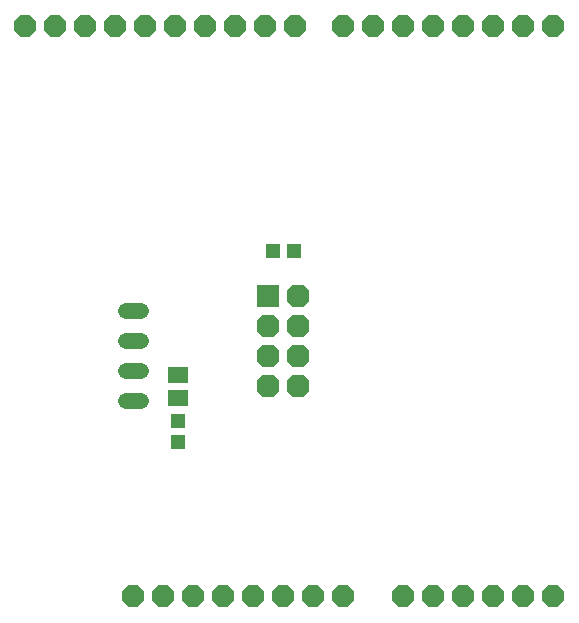
<source format=gts>
G04 This is an RS-274x file exported by *
G04 gerbv version 2.6.1 *
G04 More information is available about gerbv at *
G04 http://gerbv.geda-project.org/ *
G04 --End of header info--*
%MOIN*%
%FSLAX34Y34*%
%IPPOS*%
G04 --Define apertures--*
%ADD10C,0.1320*%
%AMMACRO11*
5,1,8,0.000000,0.000000,0.077932,22.500000*
%
%ADD11MACRO11*%
%ADD12C,0.0532*%
%ADD13R,0.0485X0.0473*%
%ADD14R,0.0690X0.0572*%
%ADD15R,0.0473X0.0485*%
%ADD16R,0.0760X0.0760*%
%AMMACRO17*
5,1,8,0.000000,0.000000,0.082262,22.500000*
%
%ADD17MACRO17*%
G04 --Start main section--*
G54D11*
G01X0027260Y0001500D03*
G01X0026260Y0001500D03*
G01X0025260Y0001500D03*
G01X0024260Y0001500D03*
G01X0023260Y0001500D03*
G01X0022260Y0001500D03*
G01X0020260Y0001500D03*
G01X0019260Y0001500D03*
G01X0018260Y0001500D03*
G01X0017260Y0001500D03*
G01X0016260Y0001500D03*
G01X0015260Y0001500D03*
G01X0014260Y0001500D03*
G01X0013260Y0001500D03*
G01X0013660Y0020500D03*
G01X0012659Y0020500D03*
G01X0011660Y0020500D03*
G01X0010660Y0020500D03*
G01X0009660Y0020500D03*
G01X0014660Y0020500D03*
G01X0015660Y0020500D03*
G01X0016660Y0020500D03*
G01X0017660Y0020500D03*
G01X0018660Y0020500D03*
G01X0020260Y0020500D03*
G01X0021260Y0020500D03*
G01X0022260Y0020500D03*
G01X0023260Y0020500D03*
G01X0024260Y0020500D03*
G01X0025260Y0020500D03*
G01X0026260Y0020500D03*
G01X0027260Y0020500D03*
G54D12*
G01X0013496Y0011000D02*
G01X0013023Y0011000D01*
G01X0013023Y0010000D02*
G01X0013496Y0010000D01*
G01X0013496Y0009000D02*
G01X0013023Y0009000D01*
G01X0013023Y0008000D02*
G01X0013496Y0008000D01*
G54D13*
G01X0014760Y0007345D03*
G01X0014760Y0006656D03*
G54D14*
G01X0014760Y0008126D03*
G01X0014760Y0008874D03*
G54D15*
G01X0017915Y0013000D03*
G01X0018604Y0013000D03*
G54D16*
G01X0017760Y0011500D03*
G54D17*
G01X0018760Y0011500D03*
G01X0018760Y0010500D03*
G01X0017760Y0010500D03*
G01X0017760Y0009500D03*
G01X0018760Y0009500D03*
G01X0018760Y0008500D03*
G01X0017760Y0008500D03*
M02*

</source>
